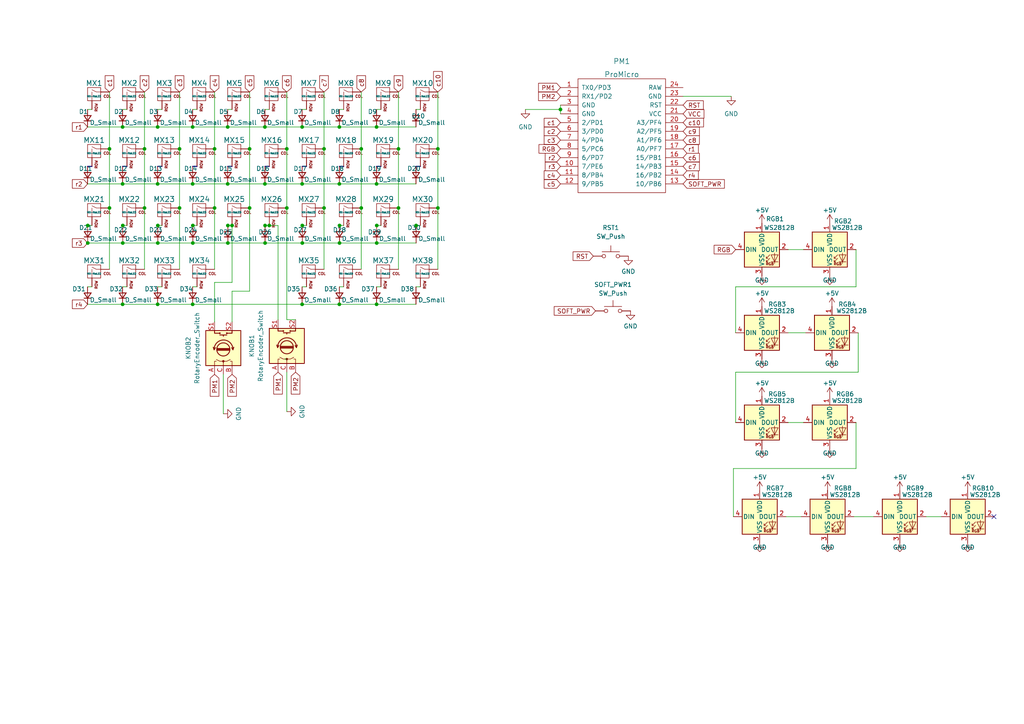
<source format=kicad_sch>
(kicad_sch (version 20250114) (generator "eeschema") (generator_version "9.0")
  (paper "A4")
  (lib_symbols
    (symbol "Device:D_Small" (pin_numbers (hide yes)) (pin_names (offset 0.254) (hide yes))
      (property "Reference" "D" (at -1.27 2.032 0))
      (property "Value" "D_Small" (at -3.81 -2.032 0))
      (symbol "D_Small_0_1"
        (polyline (pts (xy -0.762 0) (xy 0.762 0)))
        (polyline (pts (xy -0.762 -1.016) (xy -0.762 1.016)) (stroke (width 0.254)))
        (polyline (pts (xy 0.762 -1.016) (xy -0.762 0) (xy 0.762 1.016) (xy 0.762 -1.016)) (stroke (width 0.254)))
      )
      (symbol "D_Small_1_1"
        (pin passive line (at -2.54 0 0) (length 1.778) (name "K") (number "1"))
        (pin passive line (at 2.54 0 180) (length 1.778) (name "A") (number "2"))
      )
    )
    (symbol "Device:RotaryEncoder_Switch" (pin_names (offset 0.254) (hide yes))
      (property "Reference" "SW" (at 0 6.604 0))
      (property "Value" "RotaryEncoder_Switch" (at 0 -6.604 0))
      (symbol "RotaryEncoder_Switch_0_1"
        (rectangle (start -5.08 5.08) (end 5.08 -5.08) (stroke (width 0.254)) (fill (type background)))
        (polyline (pts (xy -5.08 2.54) (xy -3.81 2.54) (xy -3.81 2.032)))
        (polyline (pts (xy -5.08 0) (xy -3.81 0) (xy -3.81 -1.016) (xy -3.302 -2.032)))
        (polyline (pts (xy -5.08 -2.54) (xy -3.81 -2.54) (xy -3.81 -2.032)))
        (polyline (pts (xy -4.318 0) (xy -3.81 0) (xy -3.81 1.016) (xy -3.302 2.032)))
        (circle (center -3.81 0) (radius 0.254) (fill (type outline)))
        (polyline (pts (xy -0.635 -1.778) (xy -0.635 1.778)) (stroke (width 0.254)))
        (arc (start -0.381 2.667) (mid 2.3368 -0.0635) (end -0.381 -2.794) (stroke (width 0.254)))
        (circle (center -0.381 0) (radius 1.905) (stroke (width 0.254)))
        (polyline (pts (xy -0.381 -1.778) (xy -0.381 1.778)) (stroke (width 0.254)))
        (polyline (pts (xy -0.127 1.778) (xy -0.127 -1.778)) (stroke (width 0.254)))
        (polyline (pts (xy 0.254 2.921) (xy -0.508 2.667) (xy 0.127 2.286)) (stroke (width 0.254)))
        (polyline (pts (xy 0.254 -3.048) (xy -0.508 -2.794) (xy 0.127 -2.413)) (stroke (width 0.254)))
        (polyline (pts (xy 3.81 1.016) (xy 3.81 -1.016)) (stroke (width 0.254)))
        (polyline (pts (xy 3.81 0) (xy 3.429 0)) (stroke (width 0.254)))
        (circle (center 4.318 1.016) (radius 0.127) (stroke (width 0.254)))
        (circle (center 4.318 -1.016) (radius 0.127) (stroke (width 0.254)))
        (polyline (pts (xy 5.08 2.54) (xy 4.318 2.54) (xy 4.318 1.016)) (stroke (width 0.254)))
        (polyline (pts (xy 5.08 -2.54) (xy 4.318 -2.54) (xy 4.318 -1.016)) (stroke (width 0.254)))
      )
      (symbol "RotaryEncoder_Switch_1_1"
        (pin passive line (at -7.62 2.54 0) (length 2.54) (name "A") (number "A"))
        (pin passive line (at -7.62 0 0) (length 2.54) (name "C") (number "C"))
        (pin passive line (at -7.62 -2.54 0) (length 2.54) (name "B") (number "B"))
        (pin passive line (at 7.62 2.54 180) (length 2.54) (name "S1") (number "S1"))
        (pin passive line (at 7.62 -2.54 180) (length 2.54) (name "S2") (number "S2"))
      )
    )
    (symbol "LED:WS2812B" (pin_names (offset 0.254))
      (property "Reference" "D" (at 5.08 5.715 0))
      (property "Value" "WS2812B" (at 1.27 -5.715 0))
      (symbol "WS2812B_0_0"
        (text "RGB" (at 2.286 -4.191 0) (effects (font (size 0.762 0.762))))
      )
      (symbol "WS2812B_0_1"
        (polyline (pts (xy 1.27 -2.54) (xy 1.778 -2.54)))
        (polyline (pts (xy 1.27 -3.556) (xy 1.778 -3.556)))
        (polyline (pts (xy 2.286 -1.524) (xy 1.27 -2.54) (xy 1.27 -2.032)))
        (polyline (pts (xy 2.286 -2.54) (xy 1.27 -3.556) (xy 1.27 -3.048)))
        (polyline (pts (xy 3.683 -1.016) (xy 3.683 -3.556) (xy 3.683 -4.064)))
        (polyline (pts (xy 4.699 -1.524) (xy 2.667 -1.524) (xy 3.683 -3.556) (xy 4.699 -1.524)))
        (polyline (pts (xy 4.699 -3.556) (xy 2.667 -3.556)))
        (rectangle (start 5.08 5.08) (end -5.08 -5.08) (stroke (width 0.254)) (fill (type background)))
      )
      (symbol "WS2812B_1_1"
        (pin input line (at -7.62 0 0) (length 2.54) (name "DIN") (number "4"))
        (pin power_in line (at 0 7.62 270) (length 2.54) (name "VDD") (number "1"))
        (pin power_in line (at 0 -7.62 90) (length 2.54) (name "VSS") (number "3"))
        (pin output line (at 7.62 0 180) (length 2.54) (name "DOUT") (number "2"))
      )
    )
    (symbol "MX_Alps_Hybrid:MX-NoLED" (pin_names (offset 1.016))
      (property "Reference" "MX" (at -0.635 3.81 0))
      (property "Value" "MX-NoLED" (at -0.635 1.27 0))
      (symbol "MX-NoLED_0_0"
        (rectangle (start -2.54 2.54) (end 1.27 -1.27))
        (polyline (pts (xy -1.27 -1.27) (xy -1.27 1.27)) (stroke (width 0.127)))
        (polyline (pts (xy 1.27 1.27) (xy 0 1.27) (xy -1.27 1.905)) (stroke (width 0.127)))
        (text "ROW" (at 0 -1.905 900) (effects (font (size 0.762 0.762)) (justify right)))
        (text "COL" (at 3.175 0 0) (effects (font (size 0.762 0.762))))
      )
      (symbol "MX-NoLED_1_1"
        (pin passive line (at -1.27 -3.81 90) (length 2.54) (name "ROW") (number "2"))
        (pin passive line (at 3.81 1.27 180) (length 2.54) (name "COL") (number "1"))
      )
    )
    (symbol "Switch:SW_Push" (pin_numbers (hide yes)) (pin_names (offset 1.016) (hide yes))
      (property "Reference" "SW" (at 1.27 2.54 0))
      (property "Value" "SW_Push" (at 0 -1.524 0))
      (symbol "SW_Push_0_1"
        (circle (center -2.032 0) (radius 0.508))
        (polyline (pts (xy 0 1.27) (xy 0 3.048)))
        (circle (center 2.032 0) (radius 0.508))
        (polyline (pts (xy 2.54 1.27) (xy -2.54 1.27)))
        (pin passive line (at -5.08 0 0) (length 2.54) (name "1") (number "1"))
        (pin passive line (at 5.08 0 180) (length 2.54) (name "2") (number "2"))
      )
    )
    (symbol "keebio:ProMicro" (pin_names (offset 1.016))
      (property "Reference" "U" (at 0 0 0))
      (property "Value" "ProMicro" (at 0 -19.05 0))
      (symbol "ProMicro_0_1"
        (rectangle (start -12.7 -16.51) (end 12.7 16.51))
      )
      (symbol "ProMicro_1_1"
        (pin input line (at -17.78 13.97 0) (length 5.08) (name "TX0/PD3") (number "1"))
        (pin input line (at -17.78 11.43 0) (length 5.08) (name "RX1/PD2") (number "2"))
        (pin input line (at -17.78 8.89 0) (length 5.08) (name "GND") (number "3"))
        (pin input line (at -17.78 6.35 0) (length 5.08) (name "GND") (number "4"))
        (pin input line (at -17.78 3.81 0) (length 5.08) (name "2/PD1") (number "5"))
        (pin input line (at -17.78 1.27 0) (length 5.08) (name "3/PD0") (number "6"))
        (pin input line (at -17.78 -1.27 0) (length 5.08) (name "4/PD4") (number "7"))
        (pin input line (at -17.78 -3.81 0) (length 5.08) (name "5/PC6") (number "8"))
        (pin input line (at -17.78 -6.35 0) (length 5.08) (name "6/PD7") (number "9"))
        (pin input line (at -17.78 -8.89 0) (length 5.08) (name "7/PE6") (number "10"))
        (pin input line (at -17.78 -11.43 0) (length 5.08) (name "8/PB4") (number "11"))
        (pin input line (at -17.78 -13.97 0) (length 5.08) (name "9/PB5") (number "12"))
        (pin input line (at 17.78 13.97 180) (length 5.08) (name "RAW") (number "24"))
        (pin input line (at 17.78 11.43 180) (length 5.08) (name "GND") (number "23"))
        (pin input line (at 17.78 8.89 180) (length 5.08) (name "RST") (number "22"))
        (pin input line (at 17.78 6.35 180) (length 5.08) (name "VCC") (number "21"))
        (pin input line (at 17.78 3.81 180) (length 5.08) (name "A3/PF4") (number "20"))
        (pin input line (at 17.78 1.27 180) (length 5.08) (name "A2/PF5") (number "19"))
        (pin input line (at 17.78 -1.27 180) (length 5.08) (name "A1/PF6") (number "18"))
        (pin input line (at 17.78 -3.81 180) (length 5.08) (name "A0/PF7") (number "17"))
        (pin input line (at 17.78 -6.35 180) (length 5.08) (name "15/PB1") (number "16"))
        (pin input line (at 17.78 -8.89 180) (length 5.08) (name "14/PB3") (number "15"))
        (pin input line (at 17.78 -11.43 180) (length 5.08) (name "16/PB2") (number "14"))
        (pin input line (at 17.78 -13.97 180) (length 5.08) (name "10/PB6") (number "13"))
      )
    )
    (symbol "power:+5V" (power) (pin_names (offset 0))
      (property "Value" "+5V" (at 0 3.556 0))
      (symbol "+5V_0_1"
        (polyline (pts (xy -0.762 1.27) (xy 0 2.54)))
        (polyline (pts (xy 0 2.54) (xy 0.762 1.27)))
        (polyline (pts (xy 0 0) (xy 0 2.54)))
      )
      (symbol "+5V_1_1"
        (pin power_in line (at 0 0 90) (length 0) (hide yes) (name "+5V") (number "1"))
      )
    )
    (symbol "power:GND" (power) (pin_names (offset 0))
      (property "Value" "GND" (at 0 -3.81 0))
      (symbol "GND_0_1"
        (polyline (pts (xy 0 0) (xy 0 -1.27) (xy 1.27 -1.27) (xy 0 -2.54) (xy -1.27 -1.27) (xy 0 -1.27)))
      )
      (symbol "GND_1_1"
        (pin power_in line (at 0 0 270) (length 0) (hide yes) (name "GND") (number "1"))
      )
    )
  )
  (junction (at 31.75 43.18))
  (junction (at 41.91 60.325))
  (junction (at 87.6781 70.485))
  (junction (at 35.56 53.34))
  (junction (at 25.4481 70.485))
  (junction (at 31.75 60.325))
  (junction (at 76.8831 65.405))
  (junction (at 45.7681 65.405))
  (junction (at 115.57 60.325))
  (junction (at 35.6081 70.485))
  (junction (at 55.9281 70.485))
  (junction (at 66.04 36.83))
  (junction (at 55.88 36.83))
  (junction (at 109.22 53.34))
  (junction (at 25.4481 65.405))
  (junction (at 66.0881 70.485))
  (junction (at 52.07 43.18))
  (junction (at 72.39 43.18))
  (junction (at 35.56 88.265))
  (junction (at 55.9281 65.405))
  (junction (at 104.775 43.18))
  (junction (at 67.31 65.405))
  (junction (at 98.425 88.265))
  (junction (at 93.98 43.18))
  (junction (at 98.425 36.83))
  (junction (at 162.56 31.75))
  (junction (at 45.72 53.34))
  (junction (at 87.63 53.34))
  (junction (at 98.4731 65.405))
  (junction (at 120.6981 65.405))
  (junction (at 93.98 60.325))
  (junction (at 76.8831 70.485))
  (junction (at 109.2681 70.485))
  (junction (at 62.23 43.18))
  (junction (at 127 43.18))
  (junction (at 41.91 43.18))
  (junction (at 55.88 88.265))
  (junction (at 66.04 53.34))
  (junction (at 45.7681 70.485))
  (junction (at 109.22 88.265))
  (junction (at 109.2681 65.405))
  (junction (at 87.63 36.83))
  (junction (at 35.56 36.83))
  (junction (at 127 60.325))
  (junction (at 76.835 53.34))
  (junction (at 76.835 36.83))
  (junction (at 66.0881 65.405))
  (junction (at 35.6081 65.405))
  (junction (at 45.72 36.83))
  (junction (at 98.425 53.34))
  (junction (at 72.39 60.325))
  (junction (at 52.07 60.325))
  (junction (at 83.185 43.18))
  (junction (at 109.22 36.83))
  (junction (at 45.72 88.265))
  (junction (at 55.88 53.34))
  (junction (at 83.185 60.325))
  (junction (at 87.6781 65.405))
  (junction (at 98.4731 70.485))
  (junction (at 87.63 88.265))
  (junction (at 78.105 65.405))
  (junction (at 62.23 60.325))
  (junction (at 115.57 43.18))
  (junction (at 104.775 60.325))
  (no_connect (at 288.29 149.86))
  (wire (pts (xy 62.23 60.325) (xy 62.23 78.105)))
  (wire (pts (xy 87.63 31.75) (xy 88.9 31.75)))
  (wire (pts (xy 83.185 119.38) (xy 83.185 107.95)))
  (wire (pts (xy 41.91 43.18) (xy 41.91 60.325)))
  (wire (pts (xy 76.8831 65.405) (xy 78.105 65.405)))
  (wire (pts (xy 120.6981 65.405) (xy 121.92 65.405)))
  (wire (pts (xy 93.98 26.67) (xy 93.98 43.18)))
  (wire (pts (xy 248.285 83.185) (xy 213.36 83.185)))
  (wire (pts (xy 228.6 96.52) (xy 233.68 96.52)))
  (wire (pts (xy 78.105 65.405) (xy 80.645 65.405)))
  (wire (pts (xy 248.285 135.89) (xy 212.725 135.89)))
  (wire (pts (xy 52.07 26.67) (xy 52.07 43.18)))
  (wire (pts (xy 248.285 72.39) (xy 248.285 83.185)))
  (wire (pts (xy 55.9281 65.405) (xy 57.15 65.405)))
  (wire (pts (xy 76.835 53.34) (xy 87.63 53.34)))
  (wire (pts (xy 87.63 83.185) (xy 88.9 83.185)))
  (wire (pts (xy 31.75 43.18) (xy 31.75 60.325)))
  (wire (pts (xy 76.835 31.75) (xy 78.105 31.75)))
  (bus (pts (xy 55.88 48.26) (xy 57.15 48.26)))
  (wire (pts (xy 87.63 53.34) (xy 98.425 53.34)))
  (wire (pts (xy 55.88 36.83) (xy 66.04 36.83)))
  (wire (pts (xy 109.22 65.405) (xy 109.2681 65.405)))
  (wire (pts (xy 35.6081 70.485) (xy 45.7681 70.485)))
  (wire (pts (xy 72.39 43.18) (xy 72.39 60.325)))
  (wire (pts (xy 35.56 65.405) (xy 35.6081 65.405)))
  (bus (pts (xy 87.63 48.26) (xy 88.9 48.26)))
  (wire (pts (xy 109.2681 70.485) (xy 120.6981 70.485)))
  (bus (pts (xy 66.04 48.26) (xy 67.31 48.26)))
  (wire (pts (xy 93.98 43.18) (xy 93.98 60.325)))
  (wire (pts (xy 104.775 43.18) (xy 104.775 60.325)))
  (wire (pts (xy 72.39 26.67) (xy 72.39 43.18)))
  (wire (pts (xy 198.12 27.94) (xy 212.09 27.94)))
  (bus (pts (xy 98.425 48.26) (xy 99.695 48.26)))
  (bus (pts (xy 120.65 48.26) (xy 121.92 48.26)))
  (wire (pts (xy 25.4481 70.485) (xy 35.6081 70.485)))
  (wire (pts (xy 76.8831 70.485) (xy 87.6781 70.485)))
  (wire (pts (xy 87.63 36.83) (xy 98.425 36.83)))
  (wire (pts (xy 228.6 122.555) (xy 233.045 122.555)))
  (wire (pts (xy 76.835 36.83) (xy 87.63 36.83)))
  (wire (pts (xy 127 60.325) (xy 127 78.105)))
  (wire (pts (xy 55.88 31.75) (xy 57.15 31.75)))
  (wire (pts (xy 62.23 43.18) (xy 62.23 60.325)))
  (wire (pts (xy 25.4 70.485) (xy 25.4481 70.485)))
  (wire (pts (xy 127 43.18) (xy 127 60.325)))
  (wire (pts (xy 72.39 60.325) (xy 72.39 84.455)))
  (wire (pts (xy 66.04 31.75) (xy 67.31 31.75)))
  (wire (pts (xy 87.63 65.405) (xy 87.6781 65.405)))
  (wire (pts (xy 25.4 36.83) (xy 35.56 36.83)))
  (wire (pts (xy 52.07 43.18) (xy 52.07 60.325)))
  (wire (pts (xy 93.98 60.325) (xy 93.98 78.105)))
  (wire (pts (xy 109.22 88.265) (xy 120.65 88.265)))
  (wire (pts (xy 35.56 83.185) (xy 36.83 83.185)))
  (wire (pts (xy 31.75 26.67) (xy 31.75 43.18)))
  (wire (pts (xy 35.56 31.75) (xy 36.83 31.75)))
  (wire (pts (xy 83.185 26.67) (xy 83.185 43.18)))
  (wire (pts (xy 98.4731 65.405) (xy 99.695 65.405)))
  (bus (pts (xy 109.22 48.26) (xy 110.49 48.26)))
  (wire (pts (xy 31.75 60.325) (xy 31.75 78.105)))
  (wire (pts (xy 104.775 26.67) (xy 104.775 43.18)))
  (wire (pts (xy 98.425 65.405) (xy 98.4731 65.405)))
  (wire (pts (xy 87.63 88.265) (xy 98.425 88.265)))
  (wire (pts (xy 83.185 60.325) (xy 83.185 92.71)))
  (wire (pts (xy 55.9281 70.485) (xy 66.0881 70.485)))
  (wire (pts (xy 98.425 53.34) (xy 109.22 53.34)))
  (wire (pts (xy 41.91 26.67) (xy 41.91 43.18)))
  (wire (pts (xy 248.285 122.555) (xy 248.285 135.89)))
  (wire (pts (xy 213.36 107.95) (xy 213.36 122.555)))
  (wire (pts (xy 35.56 88.265) (xy 45.72 88.265)))
  (wire (pts (xy 87.6781 70.485) (xy 98.4731 70.485)))
  (wire (pts (xy 66.04 36.83) (xy 76.835 36.83)))
  (bus (pts (xy 25.4 48.26) (xy 26.67 48.26)))
  (bus (pts (xy 35.56 48.26) (xy 36.83 48.26)))
  (wire (pts (xy 98.425 83.185) (xy 99.695 83.185)))
  (wire (pts (xy 83.185 92.71) (xy 85.725 92.71)))
  (wire (pts (xy 35.56 53.34) (xy 45.72 53.34)))
  (wire (pts (xy 45.72 31.75) (xy 46.99 31.75)))
  (wire (pts (xy 35.6081 65.405) (xy 36.83 65.405)))
  (wire (pts (xy 45.72 53.34) (xy 55.88 53.34)))
  (wire (pts (xy 25.4481 65.405) (xy 26.67 65.405)))
  (wire (pts (xy 64.77 120.015) (xy 64.77 108.585)))
  (wire (pts (xy 213.36 83.185) (xy 213.36 96.52)))
  (wire (pts (xy 115.57 43.18) (xy 115.57 60.325)))
  (wire (pts (xy 83.185 104.14) (xy 82.55 104.14)))
  (wire (pts (xy 87.6781 65.405) (xy 88.9 65.405)))
  (wire (pts (xy 55.88 88.265) (xy 87.63 88.265)))
  (wire (pts (xy 109.22 83.185) (xy 110.49 83.185)))
  (wire (pts (xy 83.185 60.325) (xy 83.2331 60.325)))
  (wire (pts (xy 66.04 65.405) (xy 66.0881 65.405)))
  (wire (pts (xy 35.56 36.83) (xy 45.72 36.83)))
  (wire (pts (xy 83.185 43.18) (xy 83.185 60.325)))
  (wire (pts (xy 45.7681 70.485) (xy 55.9281 70.485)))
  (wire (pts (xy 62.23 26.67) (xy 62.23 43.18)))
  (wire (pts (xy 120.65 83.185) (xy 121.92 83.185)))
  (wire (pts (xy 25.4 53.34) (xy 35.56 53.34)))
  (wire (pts (xy 227.965 149.86) (xy 232.41 149.86)))
  (wire (pts (xy 55.88 83.185) (xy 57.15 83.185)))
  (wire (pts (xy 80.645 65.405) (xy 80.645 92.71)))
  (wire (pts (xy 109.22 53.34) (xy 120.65 53.34)))
  (bus (pts (xy 45.72 48.26) (xy 46.99 48.26)))
  (wire (pts (xy 45.72 88.265) (xy 55.88 88.265)))
  (wire (pts (xy 45.7681 65.405) (xy 46.99 65.405)))
  (wire (pts (xy 62.23 81.915) (xy 67.31 81.915)))
  (wire (pts (xy 104.775 60.325) (xy 104.775 78.105)))
  (wire (pts (xy 67.31 65.405) (xy 67.31 81.915)))
  (wire (pts (xy 67.31 84.455) (xy 67.31 93.345)))
  (wire (pts (xy 162.56 30.48) (xy 162.56 31.75)))
  (wire (pts (xy 66.0881 65.405) (xy 67.31 65.405)))
  (wire (pts (xy 45.72 83.185) (xy 46.99 83.185)))
  (wire (pts (xy 248.92 96.52) (xy 248.92 107.95)))
  (wire (pts (xy 55.88 65.405) (xy 55.9281 65.405)))
  (wire (pts (xy 45.72 36.83) (xy 55.88 36.83)))
  (wire (pts (xy 25.4 65.405) (xy 25.4481 65.405)))
  (wire (pts (xy 25.4 31.75) (xy 26.67 31.75)))
  (wire (pts (xy 98.425 31.75) (xy 99.695 31.75)))
  (wire (pts (xy 109.22 36.83) (xy 120.65 36.83)))
  (wire (pts (xy 25.4 88.265) (xy 35.56 88.265)))
  (wire (pts (xy 162.56 31.75) (xy 162.56 33.02)))
  (wire (pts (xy 45.72 65.405) (xy 45.7681 65.405)))
  (wire (pts (xy 109.2681 65.405) (xy 110.49 65.405)))
  (wire (pts (xy 98.425 36.83) (xy 109.22 36.83)))
  (wire (pts (xy 115.57 60.325) (xy 115.57 78.105)))
  (wire (pts (xy 41.91 60.325) (xy 41.91 78.105)))
  (wire (pts (xy 55.88 53.34) (xy 66.04 53.34)))
  (wire (pts (xy 52.07 60.325) (xy 52.07 78.105)))
  (wire (pts (xy 268.605 149.86) (xy 273.05 149.86)))
  (wire (pts (xy 127 26.67) (xy 127 43.18)))
  (wire (pts (xy 248.92 107.95) (xy 213.36 107.95)))
  (wire (pts (xy 98.4731 70.485) (xy 109.2681 70.485)))
  (wire (pts (xy 247.65 149.86) (xy 253.365 149.86)))
  (wire (pts (xy 72.39 84.455) (xy 67.31 84.455)))
  (bus (pts (xy 76.835 48.26) (xy 78.105 48.26)))
  (wire (pts (xy 120.65 31.75) (xy 121.92 31.75)))
  (wire (pts (xy 66.0881 70.485) (xy 76.8831 70.485)))
  (wire (pts (xy 115.57 26.67) (xy 115.57 43.18)))
  (wire (pts (xy 76.835 65.405) (xy 76.8831 65.405)))
  (wire (pts (xy 98.425 88.265) (xy 109.22 88.265)))
  (wire (pts (xy 228.6 72.39) (xy 233.045 72.39)))
  (wire (pts (xy 212.725 135.89) (xy 212.725 149.86)))
  (wire (pts (xy 120.65 65.405) (xy 120.6981 65.405)))
  (wire (pts (xy 25.4 83.185) (xy 26.67 83.185)))
  (wire (pts (xy 109.22 31.75) (xy 110.49 31.75)))
  (wire (pts (xy 152.4 31.75) (xy 162.56 31.75)))
  (wire (pts (xy 62.23 93.345) (xy 62.23 81.915)))
  (wire (pts (xy 66.04 53.34) (xy 76.835 53.34)))
  (global_label "c6" (shape input) (at 198.12 45.72 0) (property "Intersheetrefs" "${INTERSHEET_REFS}" (effects (hide yes))))
  (global_label "RGB" (shape input) (at 213.36 72.39 180) (property "Intersheetrefs" "${INTERSHEET_REFS}" (effects (hide yes))))
  (global_label "RST" (shape input) (at 198.12 30.48 0) (property "Intersheetrefs" "${INTERSHEET_REFS}" (effects (hide yes))))
  (global_label "c4" (shape input) (at 162.56 50.8 180) (property "Intersheetrefs" "${INTERSHEET_REFS}" (effects (hide yes))))
  (global_label "PM1" (shape input) (at 80.645 107.95 270) (property "Intersheetrefs" "${INTERSHEET_REFS}" (effects (hide yes))))
  (global_label "r2" (shape input) (at 25.4 53.34 180) (property "Intersheetrefs" "${INTERSHEET_REFS}" (effects (hide yes))))
  (global_label "c3" (shape input) (at 162.56 40.64 180) (property "Intersheetrefs" "${INTERSHEET_REFS}" (effects (hide yes))))
  (global_label "PM2" (shape input) (at 162.56 27.94 180) (property "Intersheetrefs" "${INTERSHEET_REFS}" (effects (hide yes))))
  (global_label "c2" (shape input) (at 162.56 38.1 180) (property "Intersheetrefs" "${INTERSHEET_REFS}" (effects (hide yes))))
  (global_label "RST" (shape input) (at 172.085 74.295 180) (property "Intersheetrefs" "${INTERSHEET_REFS}" (effects (hide yes))))
  (global_label "c8" (shape input) (at 198.12 40.64 0) (property "Intersheetrefs" "${INTERSHEET_REFS}" (effects (hide yes))))
  (global_label "c5" (shape input) (at 72.39 26.67 90) (property "Intersheetrefs" "${INTERSHEET_REFS}" (effects (hide yes))))
  (global_label "c9" (shape input) (at 198.12 38.1 0) (property "Intersheetrefs" "${INTERSHEET_REFS}" (effects (hide yes))))
  (global_label "RGB" (shape input) (at 162.56 43.18 180) (property "Intersheetrefs" "${INTERSHEET_REFS}" (effects (hide yes))))
  (global_label "c7" (shape input) (at 198.12 48.26 0) (property "Intersheetrefs" "${INTERSHEET_REFS}" (effects (hide yes))))
  (global_label "r1" (shape input) (at 198.12 43.18 0) (property "Intersheetrefs" "${INTERSHEET_REFS}" (effects (hide yes))))
  (global_label "PM2" (shape input) (at 67.31 108.585 270) (property "Intersheetrefs" "${INTERSHEET_REFS}" (effects (hide yes))))
  (global_label "PM2" (shape input) (at 85.725 107.95 270) (property "Intersheetrefs" "${INTERSHEET_REFS}" (effects (hide yes))))
  (global_label "SOFT_PWR" (shape input) (at 198.12 53.34 0) (property "Intersheetrefs" "${INTERSHEET_REFS}" (effects (hide yes))))
  (global_label "r2" (shape input) (at 162.56 45.72 180) (property "Intersheetrefs" "${INTERSHEET_REFS}" (effects (hide yes))))
  (global_label "PM1" (shape input) (at 62.23 108.585 270) (property "Intersheetrefs" "${INTERSHEET_REFS}" (effects (hide yes))))
  (global_label "c10" (shape input) (at 127 26.67 90) (property "Intersheetrefs" "${INTERSHEET_REFS}" (effects (hide yes))))
  (global_label "c7" (shape input) (at 93.98 26.67 90) (property "Intersheetrefs" "${INTERSHEET_REFS}" (effects (hide yes))))
  (global_label "c3" (shape input) (at 52.07 26.67 90) (property "Intersheetrefs" "${INTERSHEET_REFS}" (effects (hide yes))))
  (global_label "c1" (shape input) (at 31.75 26.67 90) (property "Intersheetrefs" "${INTERSHEET_REFS}" (effects (hide yes))))
  (global_label "PM1" (shape input) (at 162.56 25.4 180) (property "Intersheetrefs" "${INTERSHEET_REFS}" (effects (hide yes))))
  (global_label "c8" (shape input) (at 104.775 26.67 90) (property "Intersheetrefs" "${INTERSHEET_REFS}" (effects (hide yes))))
  (global_label "c2" (shape input) (at 41.91 26.67 90) (property "Intersheetrefs" "${INTERSHEET_REFS}" (effects (hide yes))))
  (global_label "VCC" (shape input) (at 198.12 33.02 0) (property "Intersheetrefs" "${INTERSHEET_REFS}" (effects (hide yes))))
  (global_label "c9" (shape input) (at 115.57 26.67 90) (property "Intersheetrefs" "${INTERSHEET_REFS}" (effects (hide yes))))
  (global_label "c5" (shape input) (at 162.56 53.34 180) (property "Intersheetrefs" "${INTERSHEET_REFS}" (effects (hide yes))))
  (global_label "r3" (shape input) (at 162.56 48.26 180) (property "Intersheetrefs" "${INTERSHEET_REFS}" (effects (hide yes))))
  (global_label "r1" (shape input) (at 25.4 36.83 180) (property "Intersheetrefs" "${INTERSHEET_REFS}" (effects (hide yes))))
  (global_label "c1" (shape input) (at 162.56 35.56 180) (property "Intersheetrefs" "${INTERSHEET_REFS}" (effects (hide yes))))
  (global_label "r4" (shape input) (at 25.4 88.265 180) (property "Intersheetrefs" "${INTERSHEET_REFS}" (effects (hide yes))))
  (global_label "c10" (shape input) (at 198.12 35.56 0) (property "Intersheetrefs" "${INTERSHEET_REFS}" (effects (hide yes))))
  (global_label "r3" (shape input) (at 25.4 70.485 180) (property "Intersheetrefs" "${INTERSHEET_REFS}" (effects (hide yes))))
  (global_label "c4" (shape input) (at 62.23 26.67 90) (property "Intersheetrefs" "${INTERSHEET_REFS}" (effects (hide yes))))
  (global_label "c6" (shape input) (at 83.185 26.67 90) (property "Intersheetrefs" "${INTERSHEET_REFS}" (effects (hide yes))))
  (global_label "r4" (shape input) (at 198.12 50.8 0) (property "Intersheetrefs" "${INTERSHEET_REFS}" (effects (hide yes))))
  (global_label "SOFT_PWR" (shape input) (at 172.72 90.17 180) (property "Intersheetrefs" "${INTERSHEET_REFS}" (effects (hide yes))))
  (symbol (lib_id "Device:D_Small") (at 76.8831 67.945 90) (unit 1)
    (property "Reference" "D26" (at 74.93 67.31 90) (effects (justify right)))
    (property "Value" "D_Small" (at 77.5181 69.215 90) (effects (justify right)))
    (property "Footprint" "Keebio-Parts:D_SOD123_via" (effects (hide yes)))
  )
  (symbol (lib_id "Device:D_Small") (at 55.88 50.8 90) (unit 1)
    (property "Reference" "D14" (at 53.34 48.895 90) (effects (justify right)))
    (property "Value" "D_Small" (at 56.515 52.07 90) (effects (justify right)))
    (property "Footprint" "Keebio-Parts:D_SOD123_via" (effects (hide yes)))
  )
  (symbol (lib_id "Device:D_Small") (at 45.7681 67.945 90) (unit 1)
    (property "Reference" "D23" (at 43.18 66.675 90) (effects (justify right)))
    (property "Value" "D_Small" (at 46.4031 69.215 90) (effects (justify right)))
    (property "Footprint" "Keebio-Parts:D_SOD123_via" (effects (hide yes)))
  )
  (symbol (lib_id "Device:D_Small") (at 109.2681 67.945 90) (unit 1)
    (property "Reference" "D29" (at 106.68 67.31 90) (effects (justify right)))
    (property "Value" "D_Small" (at 109.9031 69.215 90) (effects (justify right)))
    (property "Footprint" "Keebio-Parts:D_SOD123_via" (effects (hide yes)))
  )
  (symbol (lib_id "MX_Alps_Hybrid:MX-NoLED") (at 111.76 61.595 0) (unit 1)
    (property "Reference" "MX29" (at 111.125 57.785 0) (effects (font (size 1.524 1.524))))
    (property "Value" "MX-NoLED" (at 111.125 61.595 0) (effects (font (size 0.508 0.508))))
    (property "Footprint" "MX_Only:MXOnly-1U-NoLED" (effects (hide yes)))
  )
  (symbol (lib_id "MX_Alps_Hybrid:MX-NoLED") (at 27.94 44.45 0) (unit 1)
    (property "Reference" "MX11" (at 27.305 40.64 0) (effects (font (size 1.524 1.524))))
    (property "Value" "MX-NoLED" (at 27.305 44.45 0) (effects (font (size 0.508 0.508))))
    (property "Footprint" "MX_Only:MXOnly-1.25U-NoLED" (effects (hide yes)))
  )
  (symbol (lib_id "MX_Alps_Hybrid:MX-NoLED") (at 58.42 61.595 0) (unit 1)
    (property "Reference" "MX24" (at 57.785 57.785 0) (effects (font (size 1.524 1.524))))
    (property "Value" "MX-NoLED" (at 57.785 61.595 0) (effects (font (size 0.508 0.508))))
    (property "Footprint" "MX_Only:MXOnly-1U-NoLED" (effects (hide yes)))
  )
  (symbol (lib_id "Device:D_Small") (at 35.56 50.8 90) (unit 1)
    (property "Reference" "D12" (at 33.02 48.895 90) (effects (justify right)))
    (property "Value" "D_Small" (at 36.195 52.07 90) (effects (justify right)))
    (property "Footprint" "Keebio-Parts:D_SOD123_via" (effects (hide yes)))
  )
  (symbol (lib_id "power:+5V") (at 220.98 114.935 0) (unit 1)
    (property "Reference" "#PWR0112" (effects (hide yes)))
    (property "Value" "+5V" (at 220.98 111.125 0))
  )
  (symbol (lib_id "power:GND") (at 212.09 27.94 0) (unit 1)
    (property "Reference" "#PWR0101" (effects (hide yes)))
    (property "Value" "GND" (at 212.09 33.02 0))
  )
  (symbol (lib_id "MX_Alps_Hybrid:MX-NoLED") (at 123.19 61.595 0) (unit 1)
    (property "Reference" "MX30" (at 122.555 57.785 0) (effects (font (size 1.524 1.524))))
    (property "Value" "MX-NoLED" (at 122.555 61.595 0) (effects (font (size 0.508 0.508))))
    (property "Footprint" "MX_Only:MXOnly-1.5U-NoLED" (effects (hide yes)))
  )
  (symbol (lib_id "Device:D_Small") (at 87.6781 67.945 90) (unit 1)
    (property "Reference" "D27" (at 85.09 66.675 90) (effects (justify right)))
    (property "Value" "D_Small" (at 88.3131 69.215 90) (effects (justify right)))
    (property "Footprint" "Keebio-Parts:D_SOD123_via" (effects (hide yes)))
  )
  (symbol (lib_id "MX_Alps_Hybrid:MX-NoLED") (at 48.26 61.595 0) (unit 1)
    (property "Reference" "MX23" (at 47.625 57.785 0) (effects (font (size 1.524 1.524))))
    (property "Value" "MX-NoLED" (at 47.625 61.595 0) (effects (font (size 0.508 0.508))))
    (property "Footprint" "MX_Only:MXOnly-1U-NoLED" (effects (hide yes)))
  )
  (symbol (lib_id "MX_Alps_Hybrid:MX-NoLED") (at 123.19 27.94 0) (unit 1)
    (property "Reference" "MX10" (at 122.555 24.13 0) (effects (font (size 1.524 1.524))))
    (property "Value" "MX-NoLED" (at 122.555 27.94 0) (effects (font (size 0.508 0.508))))
    (property "Footprint" "MX_Only:MXOnly-1.25U-NoLED" (effects (hide yes)))
  )
  (symbol (lib_id "Device:RotaryEncoder_Switch") (at 83.185 100.33 90) (unit 1)
    (property "Reference" "KNOB1" (at 73.025 100.33 0))
    (property "Value" "RotaryEncoder_Switch" (at 75.565 100.33 0))
    (property "Footprint" "Rotary_Encoder:RotaryEncoder_Alps_EC11E-Switch_Vertical_H20mm_CircularMountingHoles" (effects (hide yes)))
  )
  (symbol (lib_id "MX_Alps_Hybrid:MX-NoLED") (at 48.26 79.375 0) (unit 1)
    (property "Reference" "MX33" (at 47.625 75.565 0) (effects (font (size 1.524 1.524))))
    (property "Value" "MX-NoLED" (at 47.625 79.375 0) (effects (font (size 0.508 0.508))))
    (property "Footprint" "MX_Only:MXOnly-1U-NoLED" (effects (hide yes)))
  )
  (symbol (lib_id "Device:D_Small") (at 66.0881 67.945 90) (unit 1)
    (property "Reference" "D25" (at 63.5 67.31 90) (effects (justify right)))
    (property "Value" "D_Small" (at 66.7231 69.215 90) (effects (justify right)))
    (property "Footprint" "Keebio-Parts:D_SOD123_via" (effects (hide yes)))
  )
  (symbol (lib_id "MX_Alps_Hybrid:MX-NoLED") (at 100.965 79.375 0) (unit 1)
    (property "Reference" "MX36" (at 100.33 75.565 0) (effects (font (size 1.524 1.524))))
    (property "Value" "MX-NoLED" (at 100.33 79.375 0) (effects (font (size 0.508 0.508))))
    (property "Footprint" "MX_Only:MXOnly-1U-NoLED" (effects (hide yes)))
  )
  (symbol (lib_id "LED:WS2812B") (at 240.665 72.39 0) (unit 1)
    (property "Reference" "RGB2" (at 244.475 64.135 0))
    (property "Value" "WS2812B" (at 245.745 66.04 0))
    (property "Footprint" "LED_SMD:LED_WS2812B_PLCC4_5.0x5.0mm_P3.2mm" (effects (hide yes)))
    (property "Datasheet" "https://cdn-shop.adafruit.com/datasheets/WS2812B.pdf" (effects (hide yes)))
  )
  (symbol (lib_id "MX_Alps_Hybrid:MX-NoLED") (at 27.94 61.595 0) (unit 1)
    (property "Reference" "MX21" (at 27.305 57.785 0) (effects (font (size 1.524 1.524))))
    (property "Value" "MX-NoLED" (at 27.305 61.595 0) (effects (font (size 0.508 0.508))))
    (property "Footprint" "MX_Only:MXOnly-1.75U-NoLED" (effects (hide yes)))
  )
  (symbol (lib_id "power:GND") (at 260.985 157.48 0) (unit 1)
    (property "Reference" "#PWR0122" (effects (hide yes)))
    (property "Value" "GND" (at 260.985 158.75 0))
  )
  (symbol (lib_id "Device:RotaryEncoder_Switch") (at 64.77 100.965 90) (unit 1)
    (property "Reference" "KNOB2" (at 54.61 100.965 0))
    (property "Value" "RotaryEncoder_Switch" (at 57.15 100.965 0))
    (property "Footprint" "Rotary_Encoder:RotaryEncoder_Alps_EC11E-Switch_Vertical_H20mm_CircularMountingHoles" (effects (hide yes)))
  )
  (symbol (lib_id "power:GND") (at 220.98 130.175 0) (unit 1)
    (property "Reference" "#PWR0113" (effects (hide yes)))
    (property "Value" "GND" (at 220.98 131.445 0))
  )
  (symbol (lib_id "Device:D_Small") (at 25.4 34.29 90) (unit 1)
    (property "Reference" "D1" (at 22.86 32.385 90) (effects (justify right)))
    (property "Value" "D_Small" (at 26.035 35.56 90) (effects (justify right)))
    (property "Footprint" "Keebio-Parts:D_SOD123_via" (effects (hide yes)))
  )
  (symbol (lib_id "MX_Alps_Hybrid:MX-NoLED") (at 58.42 44.45 0) (unit 1)
    (property "Reference" "MX14" (at 57.785 40.64 0) (effects (font (size 1.524 1.524))))
    (property "Value" "MX-NoLED" (at 57.785 44.45 0) (effects (font (size 0.508 0.508))))
    (property "Footprint" "MX_Only:MXOnly-1U-NoLED" (effects (hide yes)))
  )
  (symbol (lib_id "power:GND") (at 182.245 74.295 0) (unit 1)
    (property "Reference" "#PWR0103" (effects (hide yes)))
    (property "Value" "GND" (at 182.245 78.74 0))
  )
  (symbol (lib_id "power:+5V") (at 240.03 142.24 0) (unit 1)
    (property "Reference" "#PWR0118" (effects (hide yes)))
    (property "Value" "+5V" (at 240.03 138.43 0))
  )
  (symbol (lib_id "Device:D_Small") (at 45.72 50.8 90) (unit 1)
    (property "Reference" "D13" (at 43.18 48.895 90) (effects (justify right)))
    (property "Value" "D_Small" (at 46.355 52.07 90) (effects (justify right)))
    (property "Footprint" "Keebio-Parts:D_SOD123_via" (effects (hide yes)))
  )
  (symbol (lib_id "power:GND") (at 240.03 157.48 0) (unit 1)
    (property "Reference" "#PWR0117" (effects (hide yes)))
    (property "Value" "GND" (at 240.03 158.75 0))
  )
  (symbol (lib_id "power:GND") (at 182.88 90.17 0) (unit 1)
    (property "Reference" "#PWR01" (effects (hide yes)))
    (property "Value" "GND" (at 182.88 94.615 0))
  )
  (symbol (lib_id "Device:D_Small") (at 45.72 34.29 90) (unit 1)
    (property "Reference" "D3" (at 43.18 32.385 90) (effects (justify right)))
    (property "Value" "D_Small" (at 46.355 35.56 90) (effects (justify right)))
    (property "Footprint" "Keebio-Parts:D_SOD123_via" (effects (hide yes)))
  )
  (symbol (lib_id "power:GND") (at 241.3 104.14 0) (unit 1)
    (property "Reference" "#PWR0110" (effects (hide yes)))
    (property "Value" "GND" (at 241.3 105.41 0))
  )
  (symbol (lib_id "Device:D_Small") (at 109.22 34.29 90) (unit 1)
    (property "Reference" "D9" (at 106.68 32.385 90) (effects (justify right)))
    (property "Value" "D_Small" (at 109.855 35.56 90) (effects (justify right)))
    (property "Footprint" "Keebio-Parts:D_SOD123_via" (effects (hide yes)))
  )
  (symbol (lib_id "power:GND") (at 220.345 157.48 0) (unit 1)
    (property "Reference" "#PWR0119" (effects (hide yes)))
    (property "Value" "GND" (at 220.345 158.75 0))
  )
  (symbol (lib_id "Device:D_Small") (at 87.63 50.8 90) (unit 1)
    (property "Reference" "D17" (at 85.09 48.895 90) (effects (justify right)))
    (property "Value" "D_Small" (at 88.265 52.07 90) (effects (justify right)))
    (property "Footprint" "Keebio-Parts:D_SOD123_via" (effects (hide yes)))
  )
  (symbol (lib_id "Device:D_Small") (at 98.425 85.725 90) (unit 1)
    (property "Reference" "D36" (at 93.98 83.82 90) (effects (justify right)))
    (property "Value" "D_Small" (at 99.06 86.995 90) (effects (justify right)))
    (property "Footprint" "Keebio-Parts:D_SOD123_via" (effects (hide yes)))
  )
  (symbol (lib_id "Device:D_Small") (at 55.9281 67.945 90) (unit 1)
    (property "Reference" "D24" (at 53.34 66.675 90) (effects (justify right)))
    (property "Value" "D_Small" (at 56.5631 69.215 90) (effects (justify right)))
    (property "Footprint" "Keebio-Parts:D_SOD123_via" (effects (hide yes)))
  )
  (symbol (lib_id "power:GND") (at 280.67 157.48 0) (unit 1)
    (property "Reference" "#PWR0123" (effects (hide yes)))
    (property "Value" "GND" (at 280.67 158.75 0))
  )
  (symbol (lib_id "MX_Alps_Hybrid:MX-NoLED") (at 100.965 27.94 0) (unit 1)
    (property "Reference" "MX8" (at 100.33 24.13 0) (effects (font (size 1.524 1.524))))
    (property "Value" "MX-NoLED" (at 100.33 27.94 0) (effects (font (size 0.508 0.508))))
    (property "Footprint" "MX_Only:MXOnly-1U-NoLED" (effects (hide yes)))
  )
  (symbol (lib_id "power:+5V") (at 220.345 142.24 0) (unit 1)
    (property "Reference" "#PWR0114" (effects (hide yes)))
    (property "Value" "+5V" (at 220.345 138.43 0))
  )
  (symbol (lib_id "power:+5V") (at 220.98 88.9 0) (unit 1)
    (property "Reference" "#PWR0108" (effects (hide yes)))
    (property "Value" "+5V" (at 220.98 85.09 0))
  )
  (symbol (lib_id "power:GND") (at 64.77 120.015 90) (unit 1)
    (property "Reference" "#PWR0125" (effects (hide yes)))
    (property "Value" "GND" (at 69.215 120.015 0))
  )
  (symbol (lib_id "Device:D_Small") (at 120.65 50.8 90) (unit 1)
    (property "Reference" "D20" (at 118.11 48.895 90) (effects (justify right)))
    (property "Value" "D_Small" (at 121.285 52.07 90) (effects (justify right)))
    (property "Footprint" "Keebio-Parts:D_SOD123_via" (effects (hide yes)))
  )
  (symbol (lib_id "MX_Alps_Hybrid:MX-NoLED") (at 38.1 61.595 0) (unit 1)
    (property "Reference" "MX22" (at 37.465 57.785 0) (effects (font (size 1.524 1.524))))
    (property "Value" "MX-NoLED" (at 37.465 61.595 0) (effects (font (size 0.508 0.508))))
    (property "Footprint" "MX_Only:MXOnly-1U-NoLED" (effects (hide yes)))
  )
  (symbol (lib_id "Device:D_Small") (at 45.72 85.725 90) (unit 1)
    (property "Reference" "D33" (at 41.91 83.82 90) (effects (justify right)))
    (property "Value" "D_Small" (at 46.355 86.995 90) (effects (justify right)))
    (property "Footprint" "Keebio-Parts:D_SOD123_via" (effects (hide yes)))
  )
  (symbol (lib_id "MX_Alps_Hybrid:MX-NoLED") (at 38.1 44.45 0) (unit 1)
    (property "Reference" "MX12" (at 37.465 40.64 0) (effects (font (size 1.524 1.524))))
    (property "Value" "MX-NoLED" (at 37.465 44.45 0) (effects (font (size 0.508 0.508))))
    (property "Footprint" "MX_Only:MXOnly-1U-NoLED" (effects (hide yes)))
  )
  (symbol (lib_id "Device:D_Small") (at 76.835 34.29 90) (unit 1)
    (property "Reference" "D6" (at 74.295 32.385 90) (effects (justify right)))
    (property "Value" "D_Small" (at 77.47 35.56 90) (effects (justify right)))
    (property "Footprint" "Keebio-Parts:D_SOD123_via" (effects (hide yes)))
  )
  (symbol (lib_id "MX_Alps_Hybrid:MX-NoLED") (at 90.17 79.375 0) (unit 1)
    (property "Reference" "MX35" (at 89.535 75.565 0) (effects (font (size 1.524 1.524))))
    (property "Value" "MX-NoLED" (at 89.535 79.375 0) (effects (font (size 0.508 0.508))))
    (property "Footprint" "MX_Only:MXOnly-1.75U-NoLED" (effects (hide yes)))
  )
  (symbol (lib_id "Switch:SW_Push") (at 177.165 74.295 0) (unit 1)
    (property "Reference" "RST1" (at 177.165 66.04 0))
    (property "Value" "SW_Push" (at 177.165 68.58 0))
    (property "Footprint" "Keebio-Parts:SW_SPST_TL3342" (effects (hide yes)))
  )
  (symbol (lib_id "LED:WS2812B") (at 280.67 149.86 0) (unit 1)
    (property "Reference" "RGB10" (at 285.115 141.605 0))
    (property "Value" "WS2812B" (at 285.75 143.51 0))
    (property "Footprint" "LED_SMD:LED_WS2812B_PLCC4_5.0x5.0mm_P3.2mm" (effects (hide yes)))
    (property "Datasheet" "https://cdn-shop.adafruit.com/datasheets/WS2812B.pdf" (effects (hide yes)))
  )
  (symbol (lib_id "Device:D_Small") (at 98.4731 67.945 90) (unit 1)
    (property "Reference" "D28" (at 96.52 66.675 90) (effects (justify right)))
    (property "Value" "D_Small" (at 99.1081 69.215 90) (effects (justify right)))
    (property "Footprint" "Keebio-Parts:D_SOD123_via" (effects (hide yes)))
  )
  (symbol (lib_id "power:GND") (at 83.185 119.38 90) (unit 1)
    (property "Reference" "#PWR0120" (effects (hide yes)))
    (property "Value" "GND" (at 87.63 119.38 0))
  )
  (symbol (lib_id "Device:D_Small") (at 66.04 34.29 90) (unit 1)
    (property "Reference" "D5" (at 63.5 32.385 90) (effects (justify right)))
    (property "Value" "D_Small" (at 66.675 35.56 90) (effects (justify right)))
    (property "Footprint" "Keebio-Parts:D_SOD123_via" (effects (hide yes)))
  )
  (symbol (lib_id "Device:D_Small") (at 25.4 50.8 90) (unit 1)
    (property "Reference" "D11" (at 22.86 48.895 90) (effects (justify right)))
    (property "Value" "D_Small" (at 26.035 52.07 90) (effects (justify right)))
    (property "Footprint" "Keebio-Parts:D_SOD123_via" (effects (hide yes)))
  )
  (symbol (lib_id "MX_Alps_Hybrid:MX-NoLED") (at 68.58 27.94 0) (unit 1)
    (property "Reference" "MX5" (at 67.945 24.13 0) (effects (font (size 1.524 1.524))))
    (property "Value" "MX-NoLED" (at 67.945 27.94 0) (effects (font (size 0.508 0.508))))
    (property "Footprint" "MX_Only:MXOnly-1U-NoLED" (effects (hide yes)))
  )
  (symbol (lib_id "Device:D_Small") (at 109.22 50.8 90) (unit 1)
    (property "Reference" "D19" (at 106.68 48.895 90) (effects (justify right)))
    (property "Value" "D_Small" (at 109.855 52.07 90) (effects (justify right)))
    (property "Footprint" "Keebio-Parts:D_SOD123_via" (effects (hide yes)))
  )
  (symbol (lib_id "LED:WS2812B") (at 260.985 149.86 0) (unit 1)
    (property "Reference" "RGB9" (at 265.43 141.605 0))
    (property "Value" "WS2812B" (at 266.065 143.51 0))
    (property "Footprint" "LED_SMD:LED_WS2812B_PLCC4_5.0x5.0mm_P3.2mm" (effects (hide yes)))
    (property "Datasheet" "https://cdn-shop.adafruit.com/datasheets/WS2812B.pdf" (effects (hide yes)))
  )
  (symbol (lib_id "MX_Alps_Hybrid:MX-NoLED") (at 79.375 61.595 0) (unit 1)
    (property "Reference" "MX26" (at 78.74 57.785 0) (effects (font (size 1.524 1.524))))
    (property "Value" "MX-NoLED" (at 78.74 61.595 0) (effects (font (size 0.508 0.508))))
    (property "Footprint" "MX_Only:MXOnly-1U-NoLED" (effects (hide yes)))
  )
  (symbol (lib_id "LED:WS2812B") (at 220.98 96.52 0) (unit 1)
    (property "Reference" "RGB3" (at 225.425 88.265 0))
    (property "Value" "WS2812B" (at 226.06 90.17 0))
    (property "Footprint" "LED_SMD:LED_WS2812B_PLCC4_5.0x5.0mm_P3.2mm" (effects (hide yes)))
    (property "Datasheet" "https://cdn-shop.adafruit.com/datasheets/WS2812B.pdf" (effects (hide yes)))
  )
  (symbol (lib_id "MX_Alps_Hybrid:MX-NoLED") (at 100.965 61.595 0) (unit 1)
    (property "Reference" "MX28" (at 100.33 57.785 0) (effects (font (size 1.524 1.524))))
    (property "Value" "MX-NoLED" (at 100.33 61.595 0) (effects (font (size 0.508 0.508))))
    (property "Footprint" "MX_Only:MXOnly-1U-NoLED" (effects (hide yes)))
  )
  (symbol (lib_id "MX_Alps_Hybrid:MX-NoLED") (at 38.1 27.94 0) (unit 1)
    (property "Reference" "MX2" (at 37.465 24.13 0) (effects (font (size 1.524 1.524))))
    (property "Value" "MX-NoLED" (at 37.465 27.94 0) (effects (font (size 0.508 0.508))))
    (property "Footprint" "MX_Only:MXOnly-1U-NoLED" (effects (hide yes)))
  )
  (symbol (lib_id "MX_Alps_Hybrid:MX-NoLED") (at 90.17 61.595 0) (unit 1)
    (property "Reference" "MX27" (at 89.535 57.785 0) (effects (font (size 1.524 1.524))))
    (property "Value" "MX-NoLED" (at 89.535 61.595 0) (effects (font (size 0.508 0.508))))
    (property "Footprint" "MX_Only:MXOnly-1U-NoLED" (effects (hide yes)))
  )
  (symbol (lib_id "Device:D_Small") (at 35.56 34.29 90) (unit 1)
    (property "Reference" "D2" (at 33.02 32.385 90) (effects (justify right)))
    (property "Value" "D_Small" (at 36.195 35.56 90) (effects (justify right)))
    (property "Footprint" "Keebio-Parts:D_SOD123_via" (effects (hide yes)))
  )
  (symbol (lib_id "Device:D_Small") (at 66.04 50.8 90) (unit 1)
    (property "Reference" "D15" (at 63.5 48.895 90) (effects (justify right)))
    (property "Value" "D_Small" (at 66.675 52.07 90) (effects (justify right)))
    (property "Footprint" "Keebio-Parts:D_SOD123_via" (effects (hide yes)))
  )
  (symbol (lib_id "LED:WS2812B") (at 240.665 122.555 0) (unit 1)
    (property "Reference" "RGB6" (at 245.11 114.3 0))
    (property "Value" "WS2812B" (at 245.745 116.205 0))
    (property "Footprint" "LED_SMD:LED_WS2812B_PLCC4_5.0x5.0mm_P3.2mm" (effects (hide yes)))
    (property "Datasheet" "https://cdn-shop.adafruit.com/datasheets/WS2812B.pdf" (effects (hide yes)))
  )
  (symbol (lib_id "MX_Alps_Hybrid:MX-NoLED") (at 68.58 44.45 0) (unit 1)
    (property "Reference" "MX15" (at 67.945 40.64 0) (effects (font (size 1.524 1.524))))
    (property "Value" "MX-NoLED" (at 67.945 44.45 0) (effects (font (size 0.508 0.508))))
    (property "Footprint" "MX_Only:MXOnly-1U-NoLED" (effects (hide yes)))
  )
  (symbol (lib_id "Device:D_Small") (at 25.4481 67.945 90) (unit 1)
    (property "Reference" "D21" (at 22.9081 66.04 90) (effects (justify right)))
    (property "Value" "D_Small" (at 26.0831 69.215 90) (effects (justify right)))
    (property "Footprint" "Keebio-Parts:D_SOD123_via" (effects (hide yes)))
  )
  (symbol (lib_id "Device:D_Small") (at 87.63 34.29 90) (unit 1)
    (property "Reference" "D7" (at 85.09 32.385 90) (effects (justify right)))
    (property "Value" "D_Small" (at 88.265 35.56 90) (effects (justify right)))
    (property "Footprint" "Keebio-Parts:D_SOD123_via" (effects (hide yes)))
  )
  (symbol (lib_id "Device:D_Small") (at 98.425 50.8 90) (unit 1)
    (property "Reference" "D18" (at 95.885 48.895 90) (effects (justify right)))
    (property "Value" "D_Small" (at 99.06 52.07 90) (effects (justify right)))
    (property "Footprint" "Keebio-Parts:D_SOD123_via" (effects (hide yes)))
  )
  (symbol (lib_id "Device:D_Small") (at 55.88 34.29 90) (unit 1)
    (property "Reference" "D4" (at 53.34 32.385 90) (effects (justify right)))
    (property "Value" "D_Small" (at 56.515 35.56 90) (effects (justify right)))
    (property "Footprint" "Keebio-Parts:D_SOD123_via" (effects (hide yes)))
  )
  (symbol (lib_id "MX_Alps_Hybrid:MX-NoLED") (at 111.76 27.94 0) (unit 1)
    (property "Reference" "MX9" (at 111.125 24.13 0) (effects (font (size 1.524 1.524))))
    (property "Value" "MX-NoLED" (at 111.125 27.94 0) (effects (font (size 0.508 0.508))))
    (property "Footprint" "MX_Only:MXOnly-1U-NoLED" (effects (hide yes)))
  )
  (symbol (lib_id "MX_Alps_Hybrid:MX-NoLED") (at 48.26 27.94 0) (unit 1)
    (property "Reference" "MX3" (at 47.625 24.13 0) (effects (font (size 1.524 1.524))))
    (property "Value" "MX-NoLED" (at 47.625 27.94 0) (effects (font (size 0.508 0.508))))
    (property "Footprint" "MX_Only:MXOnly-1U-NoLED" (effects (hide yes)))
  )
  (symbol (lib_id "MX_Alps_Hybrid:MX-NoLED") (at 48.26 44.45 0) (unit 1)
    (property "Reference" "MX13" (at 47.625 40.64 0) (effects (font (size 1.524 1.524))))
    (property "Value" "MX-NoLED" (at 47.625 44.45 0) (effects (font (size 0.508 0.508))))
    (property "Footprint" "MX_Only:MXOnly-1U-NoLED" (effects (hide yes)))
  )
  (symbol (lib_id "power:GND") (at 240.665 80.01 0) (unit 1)
    (property "Reference" "#PWR0109" (effects (hide yes)))
    (property "Value" "GND" (at 240.665 81.28 0))
  )
  (symbol (lib_id "power:+5V") (at 240.665 64.77 0) (unit 1)
    (property "Reference" "#PWR0105" (effects (hide yes)))
    (property "Value" "+5V" (at 240.665 60.96 0))
  )
  (symbol (lib_id "MX_Alps_Hybrid:MX-NoLED") (at 27.94 79.375 0) (unit 1)
    (property "Reference" "MX31" (at 27.305 75.565 0) (effects (font (size 1.524 1.524))))
    (property "Value" "MX-NoLED" (at 27.305 79.375 0) (effects (font (size 0.508 0.508))))
    (property "Footprint" "MX_Only:MXOnly-1.25U-NoLED" (effects (hide yes)))
  )
  (symbol (lib_id "MX_Alps_Hybrid:MX-NoLED") (at 123.19 79.375 0) (unit 1)
    (property "Reference" "MX38" (at 122.555 75.565 0) (effects (font (size 1.524 1.524))))
    (property "Value" "MX-NoLED" (at 122.555 79.375 0) (effects (font (size 0.508 0.508))))
    (property "Footprint" "MX_Only:MXOnly-1.25U-NoLED" (effects (hide yes)))
  )
  (symbol (lib_id "Device:D_Small") (at 109.22 85.725 90) (unit 1)
    (property "Reference" "D37" (at 104.775 83.82 90) (effects (justify right)))
    (property "Value" "D_Small" (at 109.855 86.995 90) (effects (justify right)))
    (property "Footprint" "Keebio-Parts:D_SOD123_via" (effects (hide yes)))
  )
  (symbol (lib_id "Device:D_Small") (at 35.6081 67.945 90) (unit 1)
    (property "Reference" "D22" (at 33.02 66.675 90) (effects (justify right)))
    (property "Value" "D_Small" (at 36.2431 69.215 90) (effects (justify right)))
    (property "Footprint" "Keebio-Parts:D_SOD123_via" (effects (hide yes)))
  )
  (symbol (lib_id "power:+5V") (at 241.3 88.9 0) (unit 1)
    (property "Reference" "#PWR0111" (effects (hide yes)))
    (property "Value" "+5V" (at 241.3 85.09 0))
  )
  (symbol (lib_id "Device:D_Small") (at 120.6981 67.945 90) (unit 1)
    (property "Reference" "D30" (at 118.1581 66.04 90) (effects (justify right)))
    (property "Value" "D_Small" (at 121.3331 69.215 90) (effects (justify right)))
    (property "Footprint" "Keebio-Parts:D_SOD123_via" (effects (hide yes)))
  )
  (symbol (lib_id "MX_Alps_Hybrid:MX-NoLED") (at 58.42 27.94 0) (unit 1)
    (property "Reference" "MX4" (at 57.785 24.13 0) (effects (font (size 1.524 1.524))))
    (property "Value" "MX-NoLED" (at 57.785 27.94 0) (effects (font (size 0.508 0.508))))
    (property "Footprint" "MX_Only:MXOnly-1U-NoLED" (effects (hide yes)))
  )
  (symbol (lib_id "Device:D_Small") (at 25.4 85.725 90) (unit 1)
    (property "Reference" "D31" (at 20.955 83.82 90) (effects (justify right)))
    (property "Value" "D_Small" (at 26.035 86.995 90) (effects (justify right)))
    (property "Footprint" "Keebio-Parts:D_SOD123_via" (effects (hide yes)))
  )
  (symbol (lib_id "power:+5V") (at 260.985 142.24 0) (unit 1)
    (property "Reference" "#PWR0121" (effects (hide yes)))
    (property "Value" "+5V" (at 260.985 138.43 0))
  )
  (symbol (lib_id "keebio:ProMicro") (at 180.34 39.37 0) (unit 1)
    (property "Reference" "PM1" (at 180.34 17.78 0) (effects (font (size 1.524 1.524))))
    (property "Value" "ProMicro" (at 180.34 21.59 0) (effects (font (size 1.524 1.524))))
    (property "Footprint" "Keebio-Parts:ArduinoProMicro" (effects (hide yes)))
  )
  (symbol (lib_id "power:GND") (at 220.98 104.14 0) (unit 1)
    (property "Reference" "#PWR0106" (effects (hide yes)))
    (property "Value" "GND" (at 220.98 105.41 0))
  )
  (symbol (lib_id "MX_Alps_Hybrid:MX-NoLED") (at 79.375 44.45 0) (unit 1)
    (property "Reference" "MX16" (at 78.74 40.64 0) (effects (font (size 1.524 1.524))))
    (property "Value" "MX-NoLED" (at 78.74 44.45 0) (effects (font (size 0.508 0.508))))
    (property "Footprint" "MX_Only:MXOnly-1U-NoLED" (effects (hide yes)))
  )
  (symbol (lib_id "Device:D_Small") (at 120.65 34.29 90) (unit 1)
    (property "Reference" "D10" (at 119.38 33.655 90) (effects (justify right)))
    (property "Value" "D_Small" (at 121.285 35.56 90) (effects (justify right)))
    (property "Footprint" "Keebio-Parts:D_SOD123_via" (effects (hide yes)))
  )
  (symbol (lib_id "Device:D_Small") (at 120.65 85.725 90) (unit 1)
    (property "Reference" "D38" (at 116.205 83.82 90) (effects (justify right)))
    (property "Value" "D_Small" (at 121.285 86.995 90) (effects (justify right)))
    (property "Footprint" "Keebio-Parts:D_SOD123_via" (effects (hide yes)))
  )
  (symbol (lib_id "MX_Alps_Hybrid:MX-NoLED") (at 58.42 79.375 0) (unit 1)
    (property "Reference" "MX34" (at 57.785 75.565 0) (effects (font (size 1.524 1.524))))
    (property "Value" "MX-NoLED" (at 57.785 79.375 0) (effects (font (size 0.508 0.508))))
    (property "Footprint" "MX_Only:MXOnly-1.75U-NoLED" (effects (hide yes)))
  )
  (symbol (lib_id "LED:WS2812B") (at 220.98 72.39 0) (unit 1)
    (property "Reference" "RGB1" (at 224.79 63.5 0))
    (property "Value" "WS2812B" (at 226.06 66.04 0))
    (property "Footprint" "LED_SMD:LED_WS2812B_PLCC4_5.0x5.0mm_P3.2mm" (effects (hide yes)))
    (property "Datasheet" "https://cdn-shop.adafruit.com/datasheets/WS2812B.pdf" (effects (hide yes)))
  )
  (symbol (lib_id "Device:D_Small") (at 76.835 50.8 90) (unit 1)
    (property "Reference" "D16" (at 74.295 48.895 90) (effects (justify right)))
    (property "Value" "D_Small" (at 77.47 52.07 90) (effects (justify right)))
    (property "Footprint" "Keebio-Parts:D_SOD123_via" (effects (hide yes)))
  )
  (symbol (lib_id "MX_Alps_Hybrid:MX-NoLED") (at 123.19 44.45 0) (unit 1)
    (property "Reference" "MX20" (at 122.555 40.64 0) (effects (font (size 1.524 1.524))))
    (property "Value" "MX-NoLED" (at 122.555 44.45 0) (effects (font (size 0.508 0.508))))
    (property "Footprint" "MX_Only:MXOnly-1U-NoLED" (effects (hide yes)))
  )
  (symbol (lib_id "MX_Alps_Hybrid:MX-NoLED") (at 90.17 44.45 0) (unit 1)
    (property "Reference" "MX17" (at 89.535 40.64 0) (effects (font (size 1.524 1.524))))
    (property "Value" "MX-NoLED" (at 89.535 44.45 0) (effects (font (size 0.508 0.508))))
    (property "Footprint" "MX_Only:MXOnly-1U-NoLED" (effects (hide yes)))
  )
  (symbol (lib_id "power:+5V") (at 280.67 142.24 0) (unit 1)
    (property "Reference" "#PWR0124" (effects (hide yes)))
    (property "Value" "+5V" (at 280.67 138.43 0))
  )
  (symbol (lib_id "LED:WS2812B") (at 220.345 149.86 0) (unit 1)
    (property "Reference" "RGB7" (at 224.79 141.605 0))
    (property "Value" "WS2812B" (at 225.425 143.51 0))
    (property "Footprint" "LED_SMD:LED_WS2812B_PLCC4_5.0x5.0mm_P3.2mm" (effects (hide yes)))
    (property "Datasheet" "https://cdn-shop.adafruit.com/datasheets/WS2812B.pdf" (effects (hide yes)))
  )
  (symbol (lib_id "MX_Alps_Hybrid:MX-NoLED") (at 100.965 44.45 0) (unit 1)
    (property "Reference" "MX18" (at 100.33 40.64 0) (effects (font (size 1.524 1.524))))
    (property "Value" "MX-NoLED" (at 100.33 44.45 0) (effects (font (size 0.508 0.508))))
    (property "Footprint" "MX_Only:MXOnly-1U-NoLED" (effects (hide yes)))
  )
  (symbol (lib_id "Device:D_Small") (at 35.56 85.725 90) (unit 1)
    (property "Reference" "D32" (at 31.75 83.82 90) (effects (justify right)))
    (property "Value" "D_Small" (at 36.195 86.995 90) (effects (justify right)))
    (property "Footprint" "Keebio-Parts:D_SOD123_via" (effects (hide yes)))
  )
  (symbol (lib_id "MX_Alps_Hybrid:MX-NoLED") (at 90.17 27.94 0) (unit 1)
    (property "Reference" "MX7" (at 89.535 24.13 0) (effects (font (size 1.524 1.524))))
    (property "Value" "MX-NoLED" (at 89.535 27.94 0) (effects (font (size 0.508 0.508))))
    (property "Footprint" "MX_Only:MXOnly-1U-NoLED" (effects (hide yes)))
  )
  (symbol (lib_id "power:+5V") (at 220.98 64.77 0) (unit 1)
    (property "Reference" "#PWR0104" (effects (hide yes)))
    (property "Value" "+5V" (at 220.98 60.96 0))
  )
  (symbol (lib_id "MX_Alps_Hybrid:MX-NoLED") (at 38.1 79.375 0) (unit 1)
    (property "Reference" "MX32" (at 37.465 75.565 0) (effects (font (size 1.524 1.524))))
    (property "Value" "MX-NoLED" (at 37.465 79.375 0) (effects (font (size 0.508 0.508))))
    (property "Footprint" "MX_Only:MXOnly-1U-NoLED" (effects (hide yes)))
  )
  (symbol (lib_id "power:GND") (at 220.98 80.01 0) (unit 1)
    (property "Reference" "#PWR0107" (effects (hide yes)))
    (property "Value" "GND" (at 220.98 81.28 0))
  )
  (symbol (lib_id "MX_Alps_Hybrid:MX-NoLED") (at 27.94 27.94 0) (unit 1)
    (property "Reference" "MX1" (at 27.305 24.13 0) (effects (font (size 1.524 1.524))))
    (property "Value" "MX-NoLED" (at 27.305 27.94 0) (effects (font (size 0.508 0.508))))
    (property "Footprint" "MX_Only:MXOnly-1U-NoLED" (effects (hide yes)))
  )
  (symbol (lib_id "power:GND") (at 240.665 130.175 0) (unit 1)
    (property "Reference" "#PWR0115" (effects (hide yes)))
    (property "Value" "GND" (at 240.665 131.445 0))
  )
  (symbol (lib_id "Device:D_Small") (at 87.63 85.725 90) (unit 1)
    (property "Reference" "D35" (at 83.185 83.82 90) (effects (justify right)))
    (property "Value" "D_Small" (at 88.265 86.995 90) (effects (justify right)))
    (property "Footprint" "Keebio-Parts:D_SOD123_via" (effects (hide yes)))
  )
  (symbol (lib_id "Device:D_Small") (at 55.88 85.725 90) (unit 1)
    (property "Reference" "D34" (at 52.07 83.82 90) (effects (justify right)))
    (property "Value" "D_Small" (at 56.515 86.995 90) (effects (justify right)))
    (property "Footprint" "Keebio-Parts:D_SOD123_via" (effects (hide yes)))
  )
  (symbol (lib_id "MX_Alps_Hybrid:MX-NoLED") (at 111.76 79.375 0) (unit 1)
    (property "Reference" "MX37" (at 111.125 75.565 0) (effects (font (size 1.524 1.524))))
    (property "Value" "MX-NoLED" (at 111.125 79.375 0) (effects (font (size 0.508 0.508))))
    (property "Footprint" "MX_Only:MXOnly-1U-NoLED" (effects (hide yes)))
  )
  (symbol (lib_id "power:+5V") (at 240.665 114.935 0) (unit 1)
    (property "Reference" "#PWR0116" (effects (hide yes)))
    (property "Value" "+5V" (at 240.665 111.125 0))
  )
  (symbol (lib_id "LED:WS2812B") (at 241.3 96.52 0) (unit 1)
    (property "Reference" "RGB4" (at 245.745 88.265 0))
    (property "Value" "WS2812B" (at 247.015 90.17 0))
    (property "Footprint" "LED_SMD:LED_WS2812B_PLCC4_5.0x5.0mm_P3.2mm" (effects (hide yes)))
    (property "Datasheet" "https://cdn-shop.adafruit.com/datasheets/WS2812B.pdf" (effects (hide yes)))
  )
  (symbol (lib_id "Device:D_Small") (at 98.425 34.29 90) (unit 1)
    (property "Reference" "D8" (at 95.885 32.385 90) (effects (justify right)))
    (property "Value" "D_Small" (at 99.06 35.56 90) (effects (justify right)))
    (property "Footprint" "Keebio-Parts:D_SOD123_via" (effects (hide yes)))
  )
  (symbol (lib_id "MX_Alps_Hybrid:MX-NoLED") (at 79.375 27.94 0) (unit 1)
    (property "Reference" "MX6" (at 78.74 24.13 0) (effects (font (size 1.524 1.524))))
    (property "Value" "MX-NoLED" (at 78.74 27.94 0) (effects (font (size 0.508 0.508))))
    (property "Footprint" "MX_Only:MXOnly-1U-NoLED" (effects (hide yes)))
  )
  (symbol (lib_id "MX_Alps_Hybrid:MX-NoLED") (at 68.58 61.595 0) (unit 1)
    (property "Reference" "MX25" (at 67.945 57.785 0) (effects (font (size 1.524 1.524))))
    (property "Value" "MX-NoLED" (at 67.945 61.595 0) (effects (font (size 0.508 0.508))))
    (property "Footprint" "MX_Only:MXOnly-1U-NoLED" (effects (hide yes)))
  )
  (symbol (lib_id "power:GND") (at 152.4 31.75 0) (unit 1)
    (property "Reference" "#PWR0102" (effects (hide yes)))
    (property "Value" "GND" (at 152.4 36.83 0))
  )
  (symbol (lib_id "LED:WS2812B") (at 240.03 149.86 0) (unit 1)
    (property "Reference" "RGB8" (at 244.475 141.605 0))
    (property "Value" "WS2812B" (at 245.11 143.51 0))
    (property "Footprint" "LED_SMD:LED_WS2812B_PLCC4_5.0x5.0mm_P3.2mm" (effects (hide yes)))
    (property "Datasheet" "https://cdn-shop.adafruit.com/datasheets/WS2812B.pdf" (effects (hide yes)))
  )
  (symbol (lib_id "MX_Alps_Hybrid:MX-NoLED") (at 111.76 44.45 0) (unit 1)
    (property "Reference" "MX19" (at 111.125 40.64 0) (effects (font (size 1.524 1.524))))
    (property "Value" "MX-NoLED" (at 111.125 44.45 0) (effects (font (size 0.508 0.508))))
    (property "Footprint" "MX_Only:MXOnly-1U-NoLED" (effects (hide yes)))
  )
  (symbol (lib_id "Switch:SW_Push") (at 177.8 90.17 0) (unit 1)
    (property "Reference" "SOFT_PWR1" (at 177.8 82.55 0))
    (property "Value" "SW_Push" (at 177.8 85.09 0))
    (property "Footprint" "Keebio-Parts:SW_SPST_TL3342" (effects (hide yes)))
  )
  (symbol (lib_id "LED:WS2812B") (at 220.98 122.555 0) (unit 1)
    (property "Reference" "RGB5" (at 225.425 114.3 0))
    (property "Value" "WS2812B" (at 226.06 116.205 0))
    (property "Footprint" "LED_SMD:LED_WS2812B_PLCC4_5.0x5.0mm_P3.2mm" (effects (hide yes)))
    (property "Datasheet" "https://cdn-shop.adafruit.com/datasheets/WS2812B.pdf" (effects (hide yes)))
  )
)
</source>
